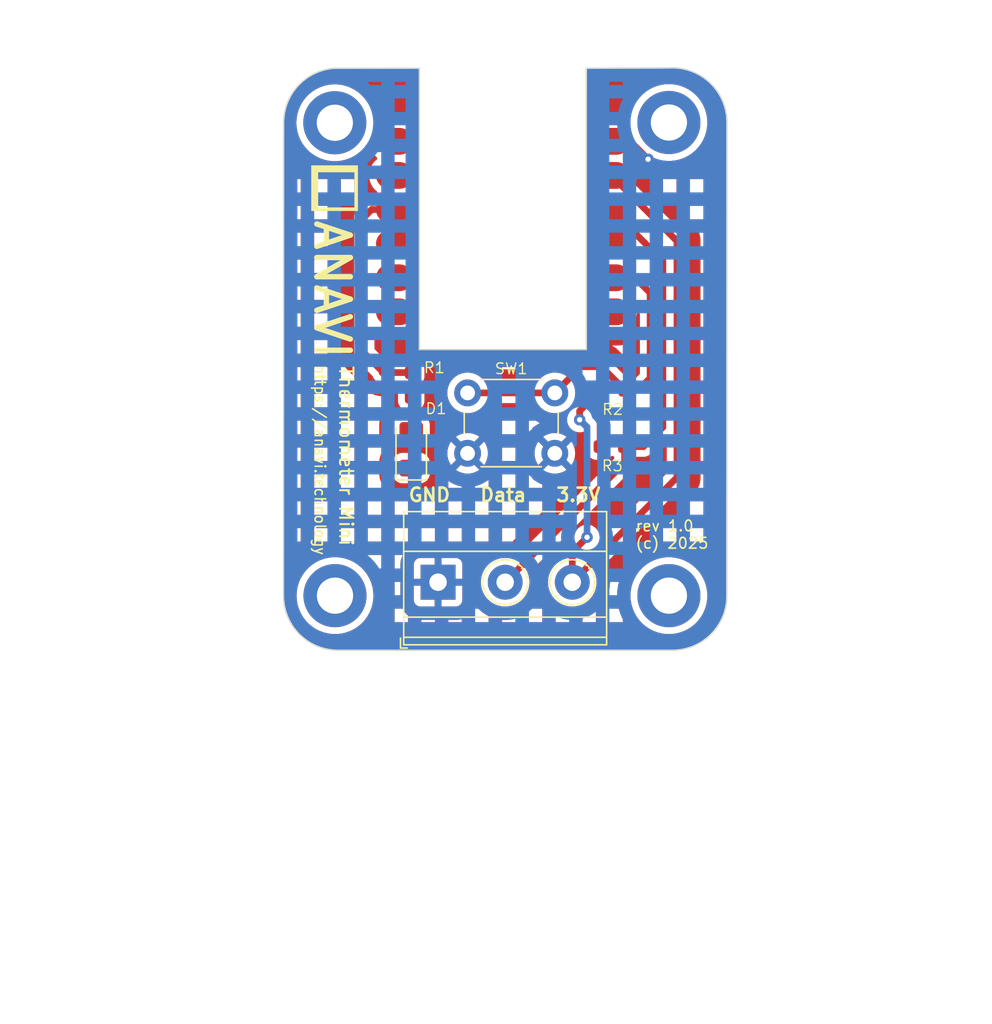
<source format=kicad_pcb>
(kicad_pcb (version 20240108) (generator "pcbnew") (generator_version "8.0")
  (layers (0 "F.Cu" signal) (31 "B.Cu" signal) (34 "B.Paste" user) (35 "F.Paste" user) (36 "B.SilkS" user "B.Silkscreen") (37 "F.SilkS" user "F.Silkscreen") (38 "B.Mask" user) (39 "F.Mask" user) (44 "Edge.Cuts" user))
  (net 0 "")
  (net 1 "GND")
  (net 2 "Net-(D1-A)")
  (net 3 "Net-(U1-PA11_A3_D3)")
  (net 4 "+3V3")
  (net 5 "Net-(U1-PA7_A8_D8_SCK)")
  (net 6 "Net-(U1-PA6_A10_D10_MOSI)")
  (footprint "Resistor_SMD:R_0603_1608Metric_Pad0.98x0.95mm_HandSolder" (layer "F.Cu") (at 157.4125 57 180)
    (property "Reference" "R2" (at 0 -1.43 0) (layer "F.SilkS") (effects (font (size 0.8 0.8) (thickness 0.1))))
    (property "Value" "2K")
    (pad "1" smd roundrect (at -0.9125 0 180) (size 0.975 0.95) (layers "F.Cu" "F.Paste" "F.Mask") (net 5 "Net-(U1-PA7_A8_D8_SCK)"))
    (pad "2" smd roundrect (at 0.9125 0 180) (size 0.975 0.95) (layers "F.Cu" "F.Paste" "F.Mask") (net 4 "+3V3"))
  )
  (footprint "MountingHole:MountingHole_2.7mm_M2.5_DIN965_Pad" (layer "F.Cu") (at 136.7214 72.3)
    (property "Reference" "REF**" (hide yes))
    (property "Value" "MountingHole_2.7mm_M2.5_DIN965_Pad" (hide yes))
    (pad "1" thru_hole circle (at 0 0) (size 4.7 4.7) (drill 2.7) (layers "*.Cu" "*.Mask" "In1.Cu" "In2.Cu" "In3.Cu" "In4.Cu" "In5.Cu" "In6.Cu" "In7.Cu" "In8.Cu" "In9.Cu" "In10.Cu" "In11.Cu" "In12.Cu" "In13.Cu" "In14.Cu" "In15.Cu" "In16.Cu" "In17.Cu" "In18.Cu" "In19.Cu" "In20.Cu" "In21.Cu" "In22.Cu" "In23.Cu" "In24.Cu" "In25.Cu" "In26.Cu" "In27.Cu" "In28.Cu" "In29.Cu" "In30.Cu"))
  )
  (footprint "xiao ESP32C3_PCB:MOUDLE14P-SMD-2.54-21X17.8MM" (layer "F.Cu") (at 140.314 54.04525)
    (property "Reference" "U1" (hide yes))
    (property "Value" "MOUDLE-SEEEDUINO-XIAO-ESP32C6")
    (pad "1" smd roundrect (at 0.835 -18.12) (size 2.75 2) (layers "F.Cu" "F.Paste" "F.Mask") (roundrect_rratio 0.5))
    (pad "2" smd roundrect (at 0.835 -15.58) (size 2.75 2) (layers "F.Cu" "F.Paste" "F.Mask") (roundrect_rratio 0.5))
    (pad "3" smd roundrect (at 0.835 -13.04) (size 2.75 2) (layers "F.Cu" "F.Paste" "F.Mask") (roundrect_rratio 0.5))
    (pad "4" smd roundrect (at 0.835 -10.5) (size 2.75 2) (layers "F.Cu" "F.Paste" "F.Mask") (roundrect_rratio 0.5) (net 3 "Net-(U1-PA11_A3_D3)"))
    (pad "5" smd roundrect (at 0.835 -7.96) (size 2.75 2) (layers "F.Cu" "F.Paste" "F.Mask") (roundrect_rratio 0.5))
    (pad "6" smd roundrect (at 0.835 -5.42) (size 2.75 2) (layers "F.Cu" "F.Paste" "F.Mask") (roundrect_rratio 0.5))
    (pad "7" smd roundrect (at 0.835 -2.88) (size 2.75 2) (layers "F.Cu" "F.Paste" "F.Mask") (roundrect_rratio 0.5))
    (pad "8" smd roundrect (at 17 -2.88) (size 2.75 2) (layers "F.Cu" "F.Paste" "F.Mask") (roundrect_rratio 0.5))
    (pad "9" smd roundrect (at 17 -5.42) (size 2.75 2) (layers "F.Cu" "F.Paste" "F.Mask") (roundrect_rratio 0.5) (net 5 "Net-(U1-PA7_A8_D8_SCK)"))
    (pad "10" smd roundrect (at 17 -7.96) (size 2.75 2) (layers "F.Cu" "F.Paste" "F.Mask") (roundrect_rratio 0.5))
    (pad "11" smd roundrect (at 17 -10.5) (size 2.75 2) (layers "F.Cu" "F.Paste" "F.Mask") (roundrect_rratio 0.5) (net 6 "Net-(U1-PA6_A10_D10_MOSI)"))
    (pad "12" smd roundrect (at 17 -13.04) (size 2.75 2) (layers "F.Cu" "F.Paste" "F.Mask") (roundrect_rratio 0.5) (net 4 "+3V3"))
    (pad "13" smd roundrect (at 17 -15.58) (size 2.75 2) (layers "F.Cu" "F.Paste" "F.Mask") (roundrect_rratio 0.5) (net 1 "GND"))
    (pad "14" smd roundrect (at 17 -18.12) (size 2.75 2) (layers "F.Cu" "F.Paste" "F.Mask") (roundrect_rratio 0.5))
    (zone (net 0) (net_name "") (layer "F.Cu") (connect_pads (clearance 0)) (min_thickness 0.01)
      (keepout (tracks not_allowed) (vias not_allowed) (pads not_allowed) (copperpour not_allowed) (footprints allowed))
      (fill (thermal_gap 0.508) (thermal_bridge_width 0.508))
      (polygon (pts (xy 143.2985 41.28175) (xy 146.2195 41.28175) (xy 146.2195 43.31375) (xy 143.2985 43.31375)))
    )
    (zone (net 0) (net_name "") (layer "F.Cu") (connect_pads (clearance 0)) (min_thickness 0.01)
      (keepout (tracks not_allowed) (vias not_allowed) (pads not_allowed) (copperpour not_allowed) (footprints allowed))
      (fill (thermal_gap 0.508) (thermal_bridge_width 0.508))
      (polygon (pts (xy 143.997 32.96325) (xy 145.775 32.96325) (xy 145.775 35.63025) (xy 143.997 35.63025)))
    )
    (zone (net 0) (net_name "") (layer "F.Cu") (connect_pads (clearance 0)) (min_thickness 0.01)
      (keepout (tracks not_allowed) (vias not_allowed) (pads not_allowed) (copperpour not_allowed) (footprints allowed))
      (fill (thermal_gap 0.508) (thermal_bridge_width 0.508))
      (polygon (pts (xy 143.997 37.02725) (xy 145.775 37.02725) (xy 145.775 39.69425) (xy 143.997 39.69425)))
    )
    (zone (net 0) (net_name "") (layer "F.Cu") (connect_pads (clearance 0)) (min_thickness 0.01)
      (keepout (tracks not_allowed) (vias not_allowed) (pads not_allowed) (copperpour not_allowed) (footprints allowed))
      (fill (thermal_gap 0.508) (thermal_bridge_width 0.508))
      (polygon (pts (xy 146.664 33.72525) (xy 151.871 33.72525) (xy 151.871 40.71025) (xy 146.664 40.71025)))
    )
    (zone (net 0) (net_name "") (layer "F.Cu") (connect_pads (clearance 0)) (min_thickness 0.01)
      (keepout (tracks not_allowed) (vias not_allowed) (pads not_allowed) (copperpour not_allowed) (footprints allowed))
      (fill (thermal_gap 0.508) (thermal_bridge_width 0.508))
      (polygon (pts (xy 146.664 50.87025) (xy 152.379 50.87025) (xy 152.379 53.41025) (xy 146.664 53.41025)))
    )
    (zone (net 0) (net_name "") (layer "F.Cu") (connect_pads (clearance 0)) (min_thickness 0.01)
      (keepout (tracks not_allowed) (vias not_allowed) (pads not_allowed) (copperpour not_allowed) (footprints allowed))
      (fill (thermal_gap 0.508) (thermal_bridge_width 0.508))
      (polygon (pts (xy 150.093 42.74225) (xy 153.141 42.74225) (xy 153.141 45.79025) (xy 150.093 45.79025)))
    )
    (zone (net 0) (net_name "") (layer "F.Cu") (connect_pads (clearance 0)) (min_thickness 0.01)
      (keepout (tracks not_allowed) (vias not_allowed) (pads not_allowed) (copperpour not_allowed) (footprints allowed))
      (fill (thermal_gap 0.508) (thermal_bridge_width 0.508))
      (polygon (pts (xy 152.633 32.96325) (xy 154.411 32.96325) (xy 154.411 35.63025) (xy 152.633 35.63025)))
    )
    (zone (net 0) (net_name "") (layer "F.Cu") (connect_pads (clearance 0)) (min_thickness 0.01)
      (keepout (tracks not_allowed) (vias not_allowed) (pads not_allowed) (copperpour not_allowed) (footprints allowed))
      (fill (thermal_gap 0.508) (thermal_bridge_width 0.508))
      (polygon (pts (xy 152.633 37.02725) (xy 154.411 37.02725) (xy 154.411 39.69425) (xy 152.633 39.69425)))
    )
  )
  (footprint "Resistor_SMD:R_0603_1608Metric_Pad0.98x0.95mm_HandSolder" (layer "F.Cu") (at 142.4 56.6 -90)
    (property "Reference" "R1" (at -1.275 -1.725 0) (layer "F.SilkS") (effects (font (size 0.8 0.8) (thickness 0.1))))
    (property "Value" "68R")
    (pad "1" smd roundrect (at -0.9125 0 270) (size 0.975 0.95) (layers "F.Cu" "F.Paste" "F.Mask") (net 3 "Net-(U1-PA11_A3_D3)"))
    (pad "2" smd roundrect (at 0.9125 0 270) (size 0.975 0.95) (layers "F.Cu" "F.Paste" "F.Mask") (net 2 "Net-(D1-A)"))
  )
  (footprint "TerminalBlock_Phoenix:TerminalBlock_Phoenix_MKDS-1,5-3_1x03_P5.00mm_Horizontal" (layer "F.Cu") (at 144.4 71.3)
    (property "Reference" "U2" (hide yes))
    (property "Value" "DS18B20")
    (fp_line (start -2.8 4.16) (end -2.8 4.9) (stroke (width 0.12)) (layer "F.SilkS"))
    (fp_line (start -2.8 4.9) (end -2.3 4.9) (stroke (width 0.12)) (layer "F.SilkS"))
    (fp_line (start -2.56 -5.261) (end -2.56 4.66) (stroke (width 0.12)) (layer "F.SilkS"))
    (fp_line (start -2.56 -5.261) (end 12.56 -5.261) (stroke (width 0.12)) (layer "F.SilkS"))
    (fp_line (start -2.56 -2.301) (end 12.56 -2.301) (stroke (width 0.12)) (layer "F.SilkS"))
    (fp_line (start -2.56 2.6) (end 12.56 2.6) (stroke (width 0.12)) (layer "F.SilkS"))
    (fp_line (start -2.56 4.1) (end 12.56 4.1) (stroke (width 0.12)) (layer "F.SilkS"))
    (fp_line (start -2.56 4.66) (end 12.56 4.66) (stroke (width 0.12)) (layer "F.SilkS"))
    (fp_line (start 3.773 1.023) (end 3.726 1.069) (stroke (width 0.12)) (layer "F.SilkS"))
    (fp_line (start 3.966 1.239) (end 3.931 1.274) (stroke (width 0.12)) (layer "F.SilkS"))
    (fp_line (start 6.07 -1.275) (end 6.035 -1.239) (stroke (width 0.12)) (layer "F.SilkS"))
    (fp_line (start 6.275 -1.069) (end 6.228 -1.023) (stroke (width 0.12)) (layer "F.SilkS"))
    (fp_line (start 8.773 1.023) (end 8.726 1.069) (stroke (width 0.12)) (layer "F.SilkS"))
    (fp_line (start 8.966 1.239) (end 8.931 1.274) (stroke (width 0.12)) (layer "F.SilkS"))
    (fp_line (start 11.07 -1.275) (end 11.035 -1.239) (stroke (width 0.12)) (layer "F.SilkS"))
    (fp_line (start 11.275 -1.069) (end 11.228 -1.023) (stroke (width 0.12)) (layer "F.SilkS"))
    (fp_line (start 12.56 -5.261) (end 12.56 4.66) (stroke (width 0.12)) (layer "F.SilkS"))
    (fp_circle (center 5 0) (end 6.68 0) (stroke (width 0.12)) (fill none) (layer "F.SilkS"))
    (fp_circle (center 10 0) (end 11.68 0) (stroke (width 0.12)) (fill none) (layer "F.SilkS"))
    (pad "1" thru_hole rect (at 0 0) (size 2.6 2.6) (drill 1.3) (layers "*.Cu" "*.Mask" "In1.Cu" "In2.Cu" "In3.Cu" "In4.Cu" "In5.Cu" "In6.Cu" "In7.Cu" "In8.Cu" "In9.Cu" "In10.Cu" "In11.Cu" "In12.Cu" "In13.Cu" "In14.Cu" "In15.Cu" "In16.Cu" "In17.Cu" "In18.Cu" "In19.Cu" "In20.Cu" "In21.Cu" "In22.Cu" "In23.Cu" "In24.Cu" "In25.Cu" "In26.Cu" "In27.Cu" "In28.Cu" "In29.Cu" "In30.Cu") (net 1 "GND"))
    (pad "2" thru_hole circle (at 5 0) (size 2.6 2.6) (drill 1.3) (layers "*.Cu" "*.Mask" "In1.Cu" "In2.Cu" "In3.Cu" "In4.Cu" "In5.Cu" "In6.Cu" "In7.Cu" "In8.Cu" "In9.Cu" "In10.Cu" "In11.Cu" "In12.Cu" "In13.Cu" "In14.Cu" "In15.Cu" "In16.Cu" "In17.Cu" "In18.Cu" "In19.Cu" "In20.Cu" "In21.Cu" "In22.Cu" "In23.Cu" "In24.Cu" "In25.Cu" "In26.Cu" "In27.Cu" "In28.Cu" "In29.Cu" "In30.Cu") (net 6 "Net-(U1-PA6_A10_D10_MOSI)"))
    (pad "3" thru_hole circle (at 10 0) (size 2.6 2.6) (drill 1.3) (layers "*.Cu" "*.Mask" "In1.Cu" "In2.Cu" "In3.Cu" "In4.Cu" "In5.Cu" "In6.Cu" "In7.Cu" "In8.Cu" "In9.Cu" "In10.Cu" "In11.Cu" "In12.Cu" "In13.Cu" "In14.Cu" "In15.Cu" "In16.Cu" "In17.Cu" "In18.Cu" "In19.Cu" "In20.Cu" "In21.Cu" "In22.Cu" "In23.Cu" "In24.Cu" "In25.Cu" "In26.Cu" "In27.Cu" "In28.Cu" "In29.Cu" "In30.Cu") (net 4 "+3V3"))
  )
  (footprint "LED_SMD:LED_1206_3216Metric" (layer "F.Cu") (at 142.4 61.4 90)
    (property "Reference" "D1" (at 3.025 1.85 180) (layer "F.SilkS") (effects (font (size 0.8 0.8) (thickness 0.1))))
    (property "Value" "LED")
    (fp_line (start 1.6 -1.135) (end -2.285 -1.135) (stroke (width 0.12)) (layer "F.SilkS"))
    (fp_line (start -2.285 -1.135) (end -2.285 1.135) (stroke (width 0.12)) (layer "F.SilkS"))
    (fp_line (start -2.285 1.135) (end 1.6 1.135) (stroke (width 0.12)) (layer "F.SilkS"))
    (pad "1" smd roundrect (at -1.4 0 90) (size 1.25 1.75) (layers "F.Cu" "F.Paste" "F.Mask") (roundrect_rratio 0.2) (net 1 "GND"))
    (pad "2" smd roundrect (at 1.4 0 90) (size 1.25 1.75) (layers "F.Cu" "F.Paste" "F.Mask") (roundrect_rratio 0.2) (net 2 "Net-(D1-A)"))
  )
  (footprint "Button_Switch_THT:SW_PUSH_6mm_H4.3mm" (layer "F.Cu") (at 153.1 61.7 180)
    (property "Reference" "SW1" (at 3.25 6.3 0) (layer "F.SilkS") (effects (font (size 0.8 0.8) (thickness 0.1))))
    (property "Value" "SW_DIP_x01" (hide yes))
    (fp_line (start 6.75 3) (end 6.75 1.5) (stroke (width 0.12)) (layer "F.SilkS"))
    (fp_line (start 5.5 -1) (end 1 -1) (stroke (width 0.12)) (layer "F.SilkS"))
    (fp_line (start 1 5.5) (end 5.5 5.5) (stroke (width 0.12)) (layer "F.SilkS"))
    (fp_line (start -0.25 1.5) (end -0.25 3) (stroke (width 0.12)) (layer "F.SilkS"))
    (pad "1" thru_hole circle (at 0 0 270) (size 2 2) (drill 1.1) (layers "*.Cu" "*.Mask" "In1.Cu" "In2.Cu" "In3.Cu" "In4.Cu" "In5.Cu" "In6.Cu" "In7.Cu" "In8.Cu" "In9.Cu" "In10.Cu" "In11.Cu" "In12.Cu" "In13.Cu" "In14.Cu" "In15.Cu" "In16.Cu" "In17.Cu" "In18.Cu" "In19.Cu" "In20.Cu" "In21.Cu" "In22.Cu" "In23.Cu" "In24.Cu" "In25.Cu" "In26.Cu" "In27.Cu" "In28.Cu" "In29.Cu" "In30.Cu") (net 1 "GND"))
    (pad "1" thru_hole circle (at 6.5 0 270) (size 2 2) (drill 1.1) (layers "*.Cu" "*.Mask" "In1.Cu" "In2.Cu" "In3.Cu" "In4.Cu" "In5.Cu" "In6.Cu" "In7.Cu" "In8.Cu" "In9.Cu" "In10.Cu" "In11.Cu" "In12.Cu" "In13.Cu" "In14.Cu" "In15.Cu" "In16.Cu" "In17.Cu" "In18.Cu" "In19.Cu" "In20.Cu" "In21.Cu" "In22.Cu" "In23.Cu" "In24.Cu" "In25.Cu" "In26.Cu" "In27.Cu" "In28.Cu" "In29.Cu" "In30.Cu") (net 1 "GND"))
    (pad "2" thru_hole circle (at 0 4.5 270) (size 2 2) (drill 1.1) (layers "*.Cu" "*.Mask" "In1.Cu" "In2.Cu" "In3.Cu" "In4.Cu" "In5.Cu" "In6.Cu" "In7.Cu" "In8.Cu" "In9.Cu" "In10.Cu" "In11.Cu" "In12.Cu" "In13.Cu" "In14.Cu" "In15.Cu" "In16.Cu" "In17.Cu" "In18.Cu" "In19.Cu" "In20.Cu" "In21.Cu" "In22.Cu" "In23.Cu" "In24.Cu" "In25.Cu" "In26.Cu" "In27.Cu" "In28.Cu" "In29.Cu" "In30.Cu") (net 5 "Net-(U1-PA7_A8_D8_SCK)"))
    (pad "2" thru_hole circle (at 6.5 4.5 270) (size 2 2) (drill 1.1) (layers "*.Cu" "*.Mask" "In1.Cu" "In2.Cu" "In3.Cu" "In4.Cu" "In5.Cu" "In6.Cu" "In7.Cu" "In8.Cu" "In9.Cu" "In10.Cu" "In11.Cu" "In12.Cu" "In13.Cu" "In14.Cu" "In15.Cu" "In16.Cu" "In17.Cu" "In18.Cu" "In19.Cu" "In20.Cu" "In21.Cu" "In22.Cu" "In23.Cu" "In24.Cu" "In25.Cu" "In26.Cu" "In27.Cu" "In28.Cu" "In29.Cu" "In30.Cu") (net 5 "Net-(U1-PA7_A8_D8_SCK)"))
  )
  (footprint "MountingHole:MountingHole_2.7mm_M2.5_DIN965_Pad" (layer "F.Cu") (at 136.707954 37.082612)
    (property "Reference" "REF**" (hide yes))
    (property "Value" "MountingHole_2.7mm_M2.5_DIN965_Pad" (hide yes))
    (pad "1" thru_hole circle (at 0 0) (size 4.7 4.7) (drill 2.7) (layers "*.Cu" "*.Mask" "In1.Cu" "In2.Cu" "In3.Cu" "In4.Cu" "In5.Cu" "In6.Cu" "In7.Cu" "In8.Cu" "In9.Cu" "In10.Cu" "In11.Cu" "In12.Cu" "In13.Cu" "In14.Cu" "In15.Cu" "In16.Cu" "In17.Cu" "In18.Cu" "In19.Cu" "In20.Cu" "In21.Cu" "In22.Cu" "In23.Cu" "In24.Cu" "In25.Cu" "In26.Cu" "In27.Cu" "In28.Cu" "In29.Cu" "In30.Cu"))
  )
  (footprint "Resistor_SMD:R_0603_1608Metric_Pad0.98x0.95mm_HandSolder" (layer "F.Cu") (at 157.3875 61.2 180)
    (property "Reference" "R3" (at 0 -1.43 0) (layer "F.SilkS") (effects (font (size 0.8 0.8) (thickness 0.1))))
    (property "Value" "4,7K")
    (pad "1" smd roundrect (at -0.9125 0 180) (size 0.975 0.95) (layers "F.Cu" "F.Paste" "F.Mask") (net 6 "Net-(U1-PA6_A10_D10_MOSI)"))
    (pad "2" smd roundrect (at 0.9125 0 180) (size 0.975 0.95) (layers "F.Cu" "F.Paste" "F.Mask") (net 4 "+3V3"))
  )
  (footprint "MountingHole:MountingHole_2.7mm_M2.5_DIN965_Pad" (layer "F.Cu") (at 161.6 37.063999)
    (property "Reference" "REF**" (hide yes))
    (property "Value" "MountingHole_2.7mm_M2.5_DIN965_Pad" (hide yes))
    (pad "1" thru_hole circle (at 0 0) (size 4.7 4.7) (drill 2.7) (layers "*.Cu" "*.Mask" "In1.Cu" "In2.Cu" "In3.Cu" "In4.Cu" "In5.Cu" "In6.Cu" "In7.Cu" "In8.Cu" "In9.Cu" "In10.Cu" "In11.Cu" "In12.Cu" "In13.Cu" "In14.Cu" "In15.Cu" "In16.Cu" "In17.Cu" "In18.Cu" "In19.Cu" "In20.Cu" "In21.Cu" "In22.Cu" "In23.Cu" "In24.Cu" "In25.Cu" "In26.Cu" "In27.Cu" "In28.Cu" "In29.Cu" "In30.Cu"))
  )
  (footprint "logo:anavi-logo" (layer "F.Cu") (at 136.65 41.95 -90)
    (property "Reference" "G***" (hide yes))
    (property "Value" "LOGO" (hide yes))
    (fp_poly (pts (xy 1.693334 1.693334) (xy -1.693333 1.693334) (xy -1.693333 -1.524) (xy -1.185333 -1.524) (xy -1.185333 1.185334) (xy 1.439334 1.185334) (xy 1.439334 -1.524) (xy -1.185333 -1.524) (xy -1.693333 -1.524) (xy -1.693333 -1.778) (xy 1.693334 -1.778) (xy 1.693334 1.693334)) (stroke (width 0.01)) (fill solid) (layer "F.SilkS"))
  )
  (footprint "MountingHole:MountingHole_2.7mm_M2.5_DIN965_Pad" (layer "F.Cu") (at 161.6 72.3)
    (property "Reference" "REF**" (hide yes))
    (property "Value" "MountingHole_2.7mm_M2.5_DIN965_Pad" (hide yes))
    (pad "1" thru_hole circle (at 0 0) (size 4.7 4.7) (drill 2.7) (layers "*.Cu" "*.Mask" "In1.Cu" "In2.Cu" "In3.Cu" "In4.Cu" "In5.Cu" "In6.Cu" "In7.Cu" "In8.Cu" "In9.Cu" "In10.Cu" "In11.Cu" "In12.Cu" "In13.Cu" "In14.Cu" "In15.Cu" "In16.Cu" "In17.Cu" "In18.Cu" "In19.Cu" "In20.Cu" "In21.Cu" "In22.Cu" "In23.Cu" "In24.Cu" "In25.Cu" "In26.Cu" "In27.Cu" "In28.Cu" "In29.Cu" "In30.Cu"))
  )
  (gr_line (start 136.95 76.364) (end 161.854 76.364) (stroke (width 0.1)) (layer "Edge.Cuts"))
  (gr_line (start 143.002 53.975) (end 155.448 53.975) (stroke (width 0.1)) (layer "Edge.Cuts"))
  (gr_line (start 161.6 33) (end 155.448 33.02) (stroke (width 0.1)) (layer "Edge.Cuts"))
  (gr_line (start 155.448 53.975) (end 155.448 33.02) (stroke (width 0.1)) (layer "Edge.Cuts"))
  (gr_arc (start 161.6 33) (mid 164.64204 34.096266) (end 165.925929 37.063999) (stroke (width 0.1)) (layer "Edge.Cuts"))
  (gr_arc (start 165.918 72.3) (mid 164.727682 75.173682) (end 161.854 76.364) (stroke (width 0.1)) (layer "Edge.Cuts"))
  (gr_arc (start 136.95 76.364) (mid 134.076318 75.173682) (end 132.886 72.3) (stroke (width 0.1)) (layer "Edge.Cuts"))
  (gr_arc (start 132.897954 37.082612) (mid 134 34.3) (end 136.708449 33.026526) (stroke (width 0.1)) (layer "Edge.Cuts"))
  (gr_line (start 165.918 72.3) (end 165.925929 37.063999) (stroke (width 0.1)) (layer "Edge.Cuts"))
  (gr_line (start 136.7 33.026526) (end 143.002 33.02) (stroke (width 0.1)) (layer "Edge.Cuts"))
  (gr_line (start 132.886 72.3) (end 132.897954 37.082612) (stroke (width 0.1)) (layer "Edge.Cuts"))
  (gr_line (start 143.002 33.02) (end 143.002 53.975) (stroke (width 0.1)) (layer "Edge.Cuts"))
  (gr_text "Thermometer Mini" (at 137.55 61.9 270) (layer "F.SilkS") (effects (font (size 1 1))))
  (gr_text "rev 1.0\n(c) 2025" (at 159.05 67.75 0) (layer "F.SilkS") (effects (font (size 0.8 0.8) (thickness 0.12)) (justify left)))
  (gr_text "https://anavi.technology" (at 135.6 62.2 270) (layer "F.SilkS") (effects (font (size 0.8 0.75) (thickness 0.12))))
  (gr_text "ANAVI" (at 136.5 49.5 270) (layer "F.SilkS") (effects (font (size 2.5 2.5) (thickness 0.4))))
  (gr_text "GND   Data   3.3V" (at 149.35 64.8 0) (layer "F.SilkS") (effects (font (size 1 1) (thickness 0.2) (bold yes))))
  (segment (start 157.314 38.46525) (end 158.71525 38.46525) (width 0.5) (layer "F.Cu") (net 1))
  (segment (start 158.71525 38.46525) (end 160.05 39.8) (width 0.5) (layer "F.Cu") (net 1))
  (via (at 160.05 39.8) (size 0.85) (drill 0.4) (layers "F.Cu" "B.Cu") (net 1))
  (segment (start 142.4 57.5125) (end 142.4 60) (width 0.5) (layer "F.Cu") (net 2))
  (segment (start 140.2375 55.5875) (end 138.9 54.25) (width 0.5) (layer "F.Cu") (net 3))
  (segment (start 139.45475 43.54525) (end 138.9 44.1) (width 0.5) (layer "F.Cu") (net 3))
  (segment (start 141.149 43.54525) (end 139.45475 43.54525) (width 0.5) (layer "F.Cu") (net 3))
  (segment (start 140.2375 55.6875) (end 142.4 55.6875) (width 0.5) (layer "F.Cu") (net 3))
  (segment (start 140.2375 55.6875) (end 140.2375 55.5875) (width 0.5) (layer "F.Cu") (net 3))
  (segment (start 138.9 44.1) (end 138.9 54.25) (width 0.5) (layer "F.Cu") (net 3))
  (segment (start 156.475 61.2) (end 156.475 57.025) (width 0.5) (layer "F.Cu") (net 4))
  (segment (start 154.4 71.3) (end 154.4 69.05) (width 0.5) (layer "F.Cu") (net 4))
  (segment (start 156.5 61.175) (end 156.475 61.2) (width 0.5) (layer "F.Cu") (net 4))
  (segment (start 154.95 58.55) (end 156.5 57) (width 0.5) (layer "F.Cu") (net 4))
  (segment (start 157.314 41.00525) (end 162.2 45.89125) (width 0.5) (layer "F.Cu") (net 4))
  (segment (start 162.2 45.89125) (end 162.2 63.5) (width 0.5) (layer "F.Cu") (net 4))
  (segment (start 162.2 63.5) (end 154.4 71.3) (width 0.5) (layer "F.Cu") (net 4))
  (segment (start 156.475 57.025) (end 156.5 57) (width 0.5) (layer "F.Cu") (net 4))
  (segment (start 154.4 69.05) (end 155.5 67.95) (width 0.5) (layer "F.Cu") (net 4))
  (segment (start 154.95 59.2) (end 154.95 58.55) (width 0.5) (layer "F.Cu") (net 4))
  (via (at 155.5 67.95) (size 0.85) (drill 0.4) (layers "F.Cu" "B.Cu") (net 4))
  (via (at 154.95 59.2) (size 0.85) (drill 0.4) (layers "F.Cu" "B.Cu") (net 4))
  (segment (start 155.5 67.95) (end 155.5 59.75) (width 0.5) (layer "B.Cu") (net 4))
  (segment (start 155.5 59.75) (end 154.95 59.2) (width 0.5) (layer "B.Cu") (net 4))
  (segment (start 155.05 55.25) (end 156.575 55.25) (width 0.5) (layer "F.Cu") (net 5))
  (segment (start 159.07525 48.62525) (end 160.2 49.75) (width 0.5) (layer "F.Cu") (net 5))
  (segment (start 160.2 56.1) (end 159.3 57) (width 0.5) (layer "F.Cu") (net 5))
  (segment (start 153.1 57.2) (end 146.6 57.2) (width 0.5) (layer "F.Cu") (net 5))
  (segment (start 157.314 48.62525) (end 159.07525 48.62525) (width 0.5) (layer "F.Cu") (net 5))
  (segment (start 153.1 57.2) (end 155.05 55.25) (width 0.5) (layer "F.Cu") (net 5))
  (segment (start 159.3 57) (end 158.325 57) (width 0.5) (layer "F.Cu") (net 5))
  (segment (start 156.575 55.25) (end 158.325 57) (width 0.5) (layer "F.Cu") (net 5))
  (segment (start 160.2 49.75) (end 160.2 56.1) (width 0.5) (layer "F.Cu") (net 5))
  (segment (start 161.15 59.75) (end 161.15 47.38125) (width 0.5) (layer "F.Cu") (net 6))
  (segment (start 158.3 61.2) (end 159.7 61.2) (width 0.5) (layer "F.Cu") (net 6))
  (segment (start 161.15 47.38125) (end 157.314 43.54525) (width 0.5) (layer "F.Cu") (net 6))
  (segment (start 149.4 71.3) (end 158.3 62.4) (width 0.5) (layer "F.Cu") (net 6))
  (segment (start 158.3 62.4) (end 158.3 61.2) (width 0.5) (layer "F.Cu") (net 6))
  (segment (start 159.7 61.2) (end 161.15 59.75) (width 0.5) (layer "F.Cu") (net 6))
  (zone (net 1) (net_name "GND") (layer "F.Cu") (connect_pads (clearance 0.508)) (min_thickness 0.254) (fill yes (mode hatch) (thermal_gap 0.508) (thermal_bridge_width 0.508) (hatch_thickness 1) (hatch_gap 1) (hatch_orientation 0) (hatch_border_algorithm hatch_thickness) (hatch_min_hole_area 0.3))
    (polygon (pts (xy 185.674 86.36) (xy 111.76 86.36) (xy 111.76 27.94) (xy 185.42 27.94)))
  )
  (zone (net 1) (net_name "GND") (layer "B.Cu") (connect_pads (clearance 0.508)) (min_thickness 0.254) (fill yes (mode hatch) (thermal_gap 0.508) (thermal_bridge_width 0.508) (hatch_thickness 1) (hatch_gap 1) (hatch_orientation 0) (hatch_border_algorithm hatch_thickness) (hatch_min_hole_area 0.3))
    (polygon (pts (xy 185.42 86.36) (xy 111.76 86.36) (xy 111.76 27.94) (xy 185.42 27.94)))
  )
)
</source>
